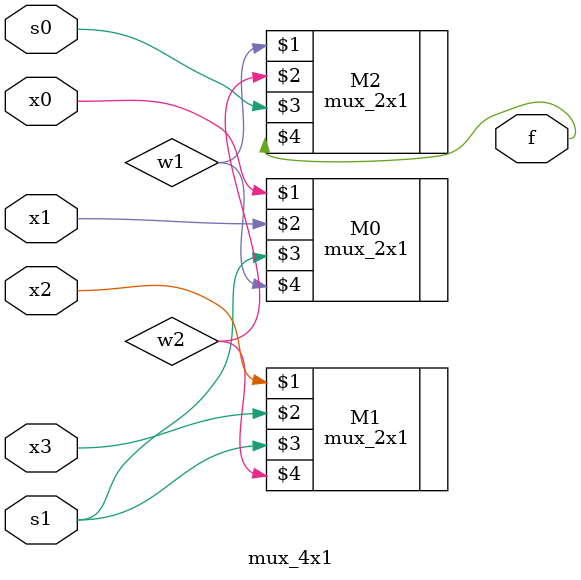
<source format=v>
`timescale 1ns / 1ps


module mux_4x1(
    input x0,x1,x2,x3,s0,s1,
    output f
    );
    
    wire w1,w2;
    
   // typedef enum logic [1:0]{S0,S1,S2,S3} input_select;
    //parameter S1=00, S2=01, S3=10,S4=11;
    
    mux_2x1 M0 (x0,x1,s1,w1); //   mux_2x1 M0(.a(x0), .b(x1), .s(s1), .f(w1));
    mux_2x1 M1 (x2,x3,s1,w2); //   mux_2x1 M1(.a(x2), .b(x3), .s(s1), .f(w2));
    mux_2x1 M2 (w1,w2,s0,f);  //   mux_2x1 M2(.a(w1), .b(w2), .s(s0), .f(f));

    
endmodule

</source>
